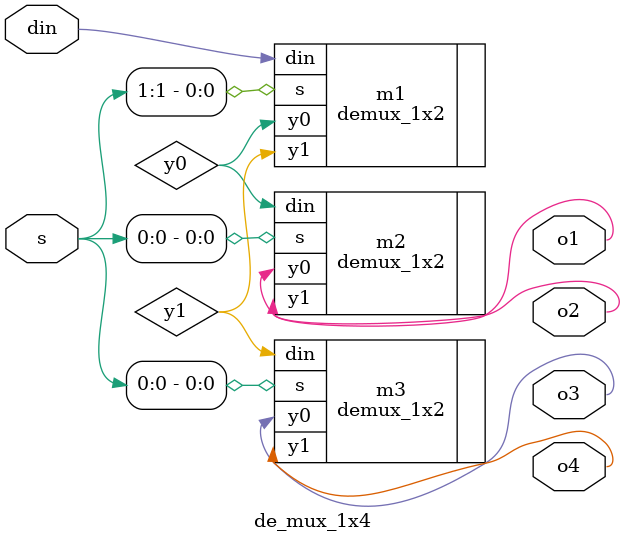
<source format=v>
`timescale 1ns / 1ps

//module demu1x2( input s, input din, output y0, y1);
//    assign y0=(s==0)?din:0;
//    assign y1=(s==1)?din:0;
//endmodule
module de_mux_1x4(
    input din,
    input [1:0]s,
    output o1,
    output o2,
    output o3,
    output o4
    );
wire y0,y1;
demux_1x2 m1 (.din(din), .s(s[1]), .y0(y0), .y1(y1));
demux_1x2 m2(.din(y0),.s(s[0]),.y0(o1),.y1(o2));
demux_1x2 m3(.din(y1),.s(s[0]),.y0(o3),.y1(o4));
endmodule

</source>
